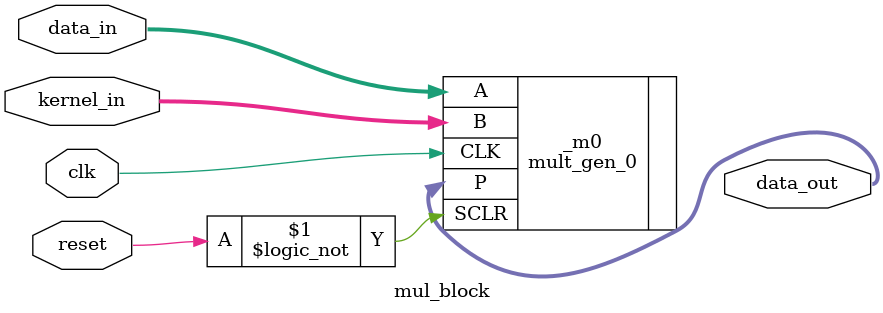
<source format=v>
`timescale 1ns / 1ps


module mul_block(
    input clk,
    input reset,
    input [31:0] data_in,
    input [31:0] kernel_in,
    output wire [31:0] data_out
    );
    
    mult_gen_0 _m0 (
        .CLK(clk),
        .A(data_in),
        .B(kernel_in),
        .SCLR(!reset),
        .P(data_out)
    );
    
endmodule

</source>
